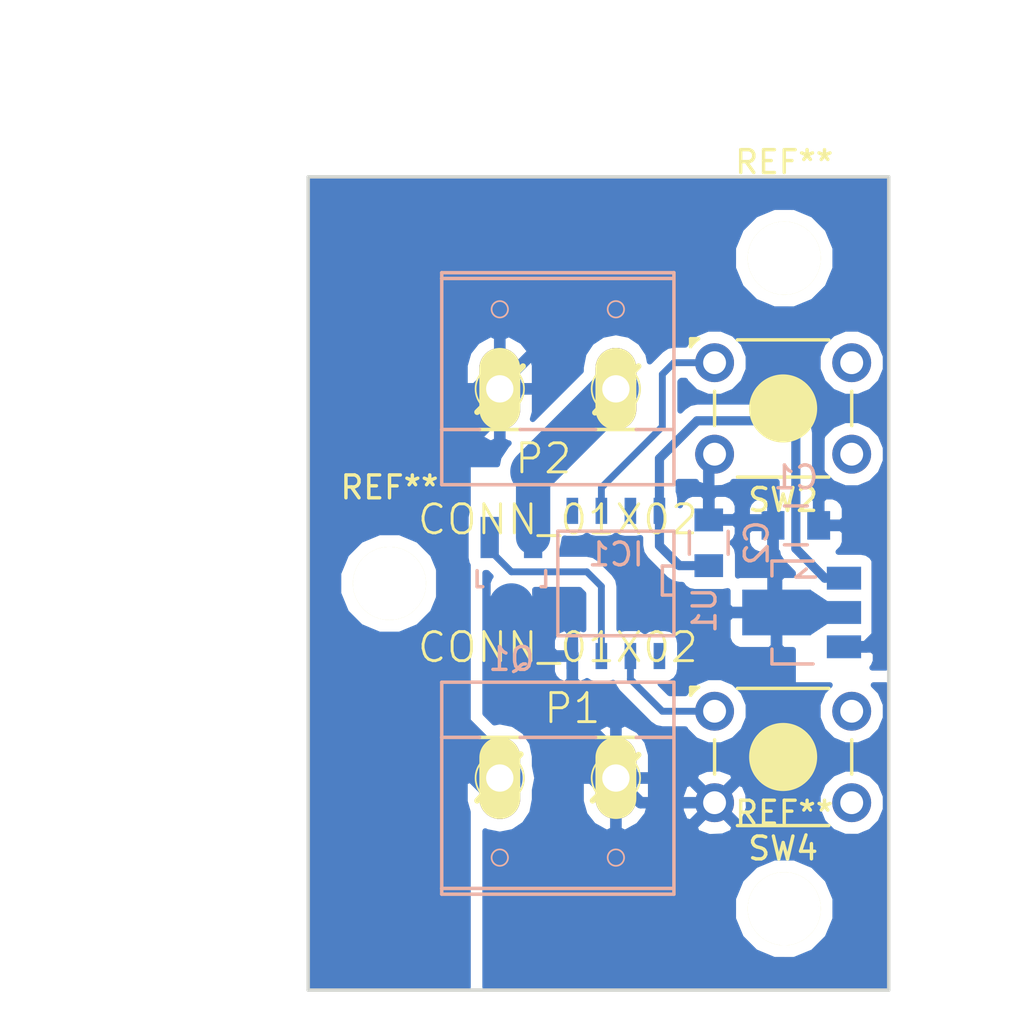
<source format=kicad_pcb>
(kicad_pcb (version 4) (host pcbnew 4.1.0-alpha+201608121232+7023~46~ubuntu16.04.1-product)

  (general
    (links 18)
    (no_connects 1)
    (area 180.518999 111.176999 206.069001 146.887001)
    (thickness 1.6)
    (drawings 10)
    (tracks 59)
    (zones 0)
    (modules 12)
    (nets 8)
  )

  (page A4)
  (layers
    (0 F.Cu signal)
    (31 B.Cu signal)
    (32 B.Adhes user)
    (33 F.Adhes user)
    (34 B.Paste user)
    (35 F.Paste user)
    (36 B.SilkS user)
    (37 F.SilkS user)
    (38 B.Mask user)
    (39 F.Mask user)
    (40 Dwgs.User user)
    (41 Cmts.User user)
    (42 Eco1.User user)
    (43 Eco2.User user)
    (44 Edge.Cuts user)
    (45 Margin user)
    (46 B.CrtYd user)
    (47 F.CrtYd user)
    (48 B.Fab user)
    (49 F.Fab user)
  )

  (setup
    (last_trace_width 0.3)
    (user_trace_width 0.25)
    (user_trace_width 0.4)
    (user_trace_width 0.6)
    (user_trace_width 0.8)
    (user_trace_width 1)
    (user_trace_width 1.5)
    (user_trace_width 2)
    (trace_clearance 0.2)
    (zone_clearance 0.508)
    (zone_45_only no)
    (trace_min 0.2)
    (segment_width 0.2)
    (edge_width 0.15)
    (via_size 0.6)
    (via_drill 0.4)
    (via_min_size 0.4)
    (via_min_drill 0.3)
    (uvia_size 0.3)
    (uvia_drill 0.1)
    (uvias_allowed no)
    (uvia_min_size 0.2)
    (uvia_min_drill 0.1)
    (pcb_text_width 0.3)
    (pcb_text_size 1.5 1.5)
    (mod_edge_width 0.15)
    (mod_text_size 1 1)
    (mod_text_width 0.15)
    (pad_size 1.524 1.524)
    (pad_drill 0.762)
    (pad_to_mask_clearance 0.2)
    (aux_axis_origin 0 0)
    (visible_elements FFFEFFE1)
    (pcbplotparams
      (layerselection 0x00030_80000001)
      (usegerberextensions false)
      (excludeedgelayer true)
      (linewidth 0.100000)
      (plotframeref false)
      (viasonmask false)
      (mode 1)
      (useauxorigin false)
      (hpglpennumber 1)
      (hpglpenspeed 20)
      (hpglpendiameter 15)
      (psnegative false)
      (psa4output false)
      (plotreference true)
      (plotvalue true)
      (plotinvisibletext false)
      (padsonsilk false)
      (subtractmaskfromsilk false)
      (outputformat 1)
      (mirror false)
      (drillshape 1)
      (scaleselection 1)
      (outputdirectory ""))
  )

  (net 0 "")
  (net 1 +12V)
  (net 2 +5V)
  (net 3 "Net-(IC1-Pad2)")
  (net 4 "Net-(IC1-Pad3)")
  (net 5 "Net-(IC1-Pad6)")
  (net 6 /out)
  (net 7 GND)

  (net_class Default "This is the default net class."
    (clearance 0.2)
    (trace_width 0.3)
    (via_dia 0.6)
    (via_drill 0.4)
    (uvia_dia 0.3)
    (uvia_drill 0.1)
    (add_net "Net-(IC1-Pad2)")
    (add_net "Net-(IC1-Pad3)")
    (add_net "Net-(IC1-Pad6)")
  )

  (net_class 5V ""
    (clearance 0.2)
    (trace_width 0.4)
    (via_dia 0.6)
    (via_drill 0.4)
    (uvia_dia 0.3)
    (uvia_drill 0.1)
    (add_net +5V)
  )

  (net_class Load ""
    (clearance 0.2)
    (trace_width 1.5)
    (via_dia 1.5)
    (via_drill 0.8)
    (uvia_dia 0.3)
    (uvia_drill 0.1)
    (add_net /out)
  )

  (net_class Power ""
    (clearance 0.2)
    (trace_width 0.5)
    (via_dia 0.8)
    (via_drill 0.6)
    (uvia_dia 0.3)
    (uvia_drill 0.1)
    (add_net +12V)
    (add_net GND)
  )

  (module Mounting_Holes:MountingHole_3.2mm_M3 (layer F.Cu) (tedit 56D1B4CB) (tstamp 57B5A764)
    (at 201.422 143.256)
    (descr "Mounting Hole 3.2mm, no annular, M3")
    (tags "mounting hole 3.2mm no annular m3")
    (fp_text reference REF** (at 0 -4.2) (layer F.SilkS)
      (effects (font (size 1 1) (thickness 0.15)))
    )
    (fp_text value MountingHole_3.2mm_M3 (at 0 4.2) (layer F.Fab)
      (effects (font (size 1 1) (thickness 0.15)))
    )
    (fp_circle (center 0 0) (end 3.2 0) (layer Cmts.User) (width 0.15))
    (fp_circle (center 0 0) (end 3.45 0) (layer F.CrtYd) (width 0.05))
    (pad 1 np_thru_hole circle (at 0 0) (size 3.2 3.2) (drill 3.2) (layers *.Cu *.Mask F.SilkS))
  )

  (module Mounting_Holes:MountingHole_3.2mm_M3 (layer F.Cu) (tedit 56D1B4CB) (tstamp 57B5A75E)
    (at 201.422 114.808)
    (descr "Mounting Hole 3.2mm, no annular, M3")
    (tags "mounting hole 3.2mm no annular m3")
    (fp_text reference REF** (at 0 -4.2) (layer F.SilkS)
      (effects (font (size 1 1) (thickness 0.15)))
    )
    (fp_text value MountingHole_3.2mm_M3 (at 0 4.2) (layer F.Fab)
      (effects (font (size 1 1) (thickness 0.15)))
    )
    (fp_circle (center 0 0) (end 3.2 0) (layer Cmts.User) (width 0.15))
    (fp_circle (center 0 0) (end 3.45 0) (layer F.CrtYd) (width 0.05))
    (pad 1 np_thru_hole circle (at 0 0) (size 3.2 3.2) (drill 3.2) (layers *.Cu *.Mask F.SilkS))
  )

  (module Buttons_Switches_ThroughHole:SW_TH_Tactile_Omron_B3F-10xx (layer F.Cu) (tedit 563F14D4) (tstamp 57A73F6F)
    (at 198.374 134.62)
    (descr SW_TH_Tactile_Omron_B3F-10xx)
    (tags "Omron B3F-10xx")
    (path /57A7398D)
    (fp_text reference SW4 (at 3 6) (layer F.SilkS)
      (effects (font (size 1 1) (thickness 0.15)))
    )
    (fp_text value TACTILE_SW (at 2.95 -2.05) (layer F.Fab)
      (effects (font (size 1 1) (thickness 0.15)))
    )
    (fp_line (start -0.95 -1) (end -0.95 -0.9) (layer F.SilkS) (width 0.15))
    (fp_line (start -1.05 -1.05) (end -0.7 -1.05) (layer F.SilkS) (width 0.15))
    (fp_arc (start 0 0) (end -1.05 -0.7) (angle 22.61986495) (layer F.SilkS) (width 0.15))
    (fp_line (start -1.05 -1.05) (end -1.05 -0.7) (layer F.SilkS) (width 0.15))
    (fp_line (start 7.15 -1.15) (end 0.45 -1.15) (layer F.CrtYd) (width 0.05))
    (fp_line (start 7.15 5.15) (end 7.15 -1.15) (layer F.CrtYd) (width 0.05))
    (fp_line (start -1.15 5.15) (end 7.15 5.15) (layer F.CrtYd) (width 0.05))
    (fp_line (start -1.15 0) (end -1.15 5.15) (layer F.CrtYd) (width 0.05))
    (fp_line (start -1.15 -1.15) (end 0.45 -1.15) (layer F.CrtYd) (width 0.05))
    (fp_line (start -1.15 0) (end -1.15 -1.15) (layer F.CrtYd) (width 0.05))
    (fp_circle (center 3 2) (end 4 3) (layer F.SilkS) (width 0.15))
    (fp_line (start 1 5) (end 5 5) (layer F.SilkS) (width 0.15))
    (fp_line (start 1 -1) (end 5 -1) (layer F.SilkS) (width 0.15))
    (fp_line (start 0 2.75) (end 0 1.25) (layer F.SilkS) (width 0.15))
    (fp_line (start 6 1.25) (end 6 2.75) (layer F.SilkS) (width 0.15))
    (fp_line (start 0 2) (end 0 2) (layer F.SilkS) (width 0))
    (fp_line (start 5 5) (end 1 5) (layer F.SilkS) (width 0))
    (fp_line (start 5 -1) (end 1 -1) (layer F.SilkS) (width 0))
    (fp_line (start 6 2) (end 6 2) (layer F.SilkS) (width 0))
    (fp_circle (center 3 2) (end 4 3) (layer F.SilkS) (width 0))
    (pad 4 thru_hole circle (at 6 4) (size 1.7 1.7) (drill 1) (layers *.Cu *.Mask))
    (pad 3 thru_hole circle (at 0 4) (size 1.7 1.7) (drill 1) (layers *.Cu *.Mask)
      (net 7 GND))
    (pad 2 thru_hole circle (at 6 0) (size 1.7 1.7) (drill 1) (layers *.Cu *.Mask))
    (pad 1 thru_hole circle (at 0 0) (size 1.7 1.7) (drill 1) (layers *.Cu *.Mask)
      (net 3 "Net-(IC1-Pad2)"))
  )

  (module Capacitors_SMD:C_0805 (layer B.Cu) (tedit 5415D6EA) (tstamp 57A73F24)
    (at 201.93 126.492 180)
    (descr "Capacitor SMD 0805, reflow soldering, AVX (see smccp.pdf)")
    (tags "capacitor 0805")
    (path /57A73350)
    (attr smd)
    (fp_text reference C1 (at 0 2.1 180) (layer B.SilkS)
      (effects (font (size 1 1) (thickness 0.15)) (justify mirror))
    )
    (fp_text value C_Small (at 0 -2.1 180) (layer B.Fab)
      (effects (font (size 1 1) (thickness 0.15)) (justify mirror))
    )
    (fp_line (start -1.8 1) (end 1.8 1) (layer B.CrtYd) (width 0.05))
    (fp_line (start -1.8 -1) (end 1.8 -1) (layer B.CrtYd) (width 0.05))
    (fp_line (start -1.8 1) (end -1.8 -1) (layer B.CrtYd) (width 0.05))
    (fp_line (start 1.8 1) (end 1.8 -1) (layer B.CrtYd) (width 0.05))
    (fp_line (start 0.5 0.85) (end -0.5 0.85) (layer B.SilkS) (width 0.15))
    (fp_line (start -0.5 -0.85) (end 0.5 -0.85) (layer B.SilkS) (width 0.15))
    (pad 1 smd rect (at -1 0 180) (size 1 1.25) (layers B.Cu B.Paste B.Mask)
      (net 1 +12V))
    (pad 2 smd rect (at 1 0 180) (size 1 1.25) (layers B.Cu B.Paste B.Mask)
      (net 7 GND))
    (model Capacitors_SMD.3dshapes/C_0805.wrl
      (at (xyz 0 0 0))
      (scale (xyz 1 1 1))
      (rotate (xyz 0 0 0))
    )
  )

  (module Capacitors_SMD:C_0805 (layer B.Cu) (tedit 5415D6EA) (tstamp 57A73F2A)
    (at 198.12 127.254 90)
    (descr "Capacitor SMD 0805, reflow soldering, AVX (see smccp.pdf)")
    (tags "capacitor 0805")
    (path /57A73373)
    (attr smd)
    (fp_text reference C2 (at 0 2.1 90) (layer B.SilkS)
      (effects (font (size 1 1) (thickness 0.15)) (justify mirror))
    )
    (fp_text value C_Small (at 0 -2.1 90) (layer B.Fab)
      (effects (font (size 1 1) (thickness 0.15)) (justify mirror))
    )
    (fp_line (start -1.8 1) (end 1.8 1) (layer B.CrtYd) (width 0.05))
    (fp_line (start -1.8 -1) (end 1.8 -1) (layer B.CrtYd) (width 0.05))
    (fp_line (start -1.8 1) (end -1.8 -1) (layer B.CrtYd) (width 0.05))
    (fp_line (start 1.8 1) (end 1.8 -1) (layer B.CrtYd) (width 0.05))
    (fp_line (start 0.5 0.85) (end -0.5 0.85) (layer B.SilkS) (width 0.15))
    (fp_line (start -0.5 -0.85) (end 0.5 -0.85) (layer B.SilkS) (width 0.15))
    (pad 1 smd rect (at -1 0 90) (size 1 1.25) (layers B.Cu B.Paste B.Mask)
      (net 2 +5V))
    (pad 2 smd rect (at 1 0 90) (size 1 1.25) (layers B.Cu B.Paste B.Mask)
      (net 7 GND))
    (model Capacitors_SMD.3dshapes/C_0805.wrl
      (at (xyz 0 0 0))
      (scale (xyz 1 1 1))
      (rotate (xyz 0 0 0))
    )
  )

  (module con-wago-508:W237-132 (layer F.Cu) (tedit 200000) (tstamp 57A73F3C)
    (at 191.516 138.176 180)
    (descr "WAGO SREW CLAMP")
    (tags "WAGO SREW CLAMP")
    (path /57A7320A)
    (attr virtual)
    (fp_text reference P1 (at -0.635 3.683 180) (layer F.SilkS)
      (effects (font (size 1.27 1.27) (thickness 0.127)))
    )
    (fp_text value CONN_01X02 (at 0 6.35 180) (layer F.SilkS)
      (effects (font (size 1.27 1.27) (thickness 0.127)))
    )
    (fp_line (start -3.5306 1.651) (end -1.524 -0.3556) (layer F.SilkS) (width 0.254))
    (fp_line (start 1.6256 1.6764) (end 3.5306 -0.3556) (layer F.SilkS) (width 0.254))
    (fp_line (start -5.08 -4.191) (end 5.08 -4.191) (layer B.SilkS) (width 0.1524))
    (fp_line (start 5.08 4.826) (end 5.08 2.413) (layer B.SilkS) (width 0.1524))
    (fp_line (start 5.08 4.826) (end -5.08 4.826) (layer B.SilkS) (width 0.1524))
    (fp_line (start -5.08 -4.191) (end -5.08 2.413) (layer B.SilkS) (width 0.1524))
    (fp_line (start -5.08 2.413) (end -3.429 2.413) (layer B.SilkS) (width 0.1524))
    (fp_line (start -3.429 2.413) (end -1.651 2.413) (layer F.SilkS) (width 0.1524))
    (fp_line (start -1.651 2.413) (end 1.651 2.413) (layer B.SilkS) (width 0.1524))
    (fp_line (start 3.429 2.413) (end 5.08 2.413) (layer B.SilkS) (width 0.1524))
    (fp_line (start -5.08 2.413) (end -5.08 4.826) (layer B.SilkS) (width 0.1524))
    (fp_line (start 5.08 2.413) (end 5.08 -4.191) (layer B.SilkS) (width 0.1524))
    (fp_line (start -5.08 -4.191) (end -5.08 -4.445) (layer B.SilkS) (width 0.1524))
    (fp_line (start -5.08 -4.445) (end 5.08 -4.445) (layer B.SilkS) (width 0.1524))
    (fp_line (start 5.08 -4.191) (end 5.08 -4.445) (layer B.SilkS) (width 0.1524))
    (fp_line (start 1.651 2.413) (end 3.429 2.413) (layer F.SilkS) (width 0.1524))
    (fp_circle (center -2.54 0.635) (end -3.2893 1.3843) (layer F.SilkS) (width 0.0762))
    (fp_circle (center -2.54 -2.8448) (end -2.794 -3.0988) (layer B.SilkS) (width 0.0762))
    (fp_circle (center 2.54 0.635) (end 3.2893 1.3843) (layer F.SilkS) (width 0.0762))
    (fp_circle (center 2.54 -2.8448) (end 2.794 -3.0988) (layer B.SilkS) (width 0.0762))
    (pad 1 thru_hole oval (at -2.54 0.635) (size 1.78816 3.57886) (drill 1.1938) (layers *.Cu F.Paste F.SilkS F.Mask)
      (net 7 GND))
    (pad 2 thru_hole oval (at 2.54 0.635) (size 1.78816 3.57886) (drill 1.1938) (layers *.Cu F.Paste F.SilkS F.Mask)
      (net 1 +12V))
  )

  (module con-wago-508:W237-132 (layer F.Cu) (tedit 200000) (tstamp 57A73F42)
    (at 191.516 119.888)
    (descr "WAGO SREW CLAMP")
    (tags "WAGO SREW CLAMP")
    (path /57A7385D)
    (attr virtual)
    (fp_text reference P2 (at -0.635 3.683) (layer F.SilkS)
      (effects (font (size 1.27 1.27) (thickness 0.127)))
    )
    (fp_text value CONN_01X02 (at 0 6.35) (layer F.SilkS)
      (effects (font (size 1.27 1.27) (thickness 0.127)))
    )
    (fp_line (start -3.5306 1.651) (end -1.524 -0.3556) (layer F.SilkS) (width 0.254))
    (fp_line (start 1.6256 1.6764) (end 3.5306 -0.3556) (layer F.SilkS) (width 0.254))
    (fp_line (start -5.08 -4.191) (end 5.08 -4.191) (layer B.SilkS) (width 0.1524))
    (fp_line (start 5.08 4.826) (end 5.08 2.413) (layer B.SilkS) (width 0.1524))
    (fp_line (start 5.08 4.826) (end -5.08 4.826) (layer B.SilkS) (width 0.1524))
    (fp_line (start -5.08 -4.191) (end -5.08 2.413) (layer B.SilkS) (width 0.1524))
    (fp_line (start -5.08 2.413) (end -3.429 2.413) (layer B.SilkS) (width 0.1524))
    (fp_line (start -3.429 2.413) (end -1.651 2.413) (layer F.SilkS) (width 0.1524))
    (fp_line (start -1.651 2.413) (end 1.651 2.413) (layer B.SilkS) (width 0.1524))
    (fp_line (start 3.429 2.413) (end 5.08 2.413) (layer B.SilkS) (width 0.1524))
    (fp_line (start -5.08 2.413) (end -5.08 4.826) (layer B.SilkS) (width 0.1524))
    (fp_line (start 5.08 2.413) (end 5.08 -4.191) (layer B.SilkS) (width 0.1524))
    (fp_line (start -5.08 -4.191) (end -5.08 -4.445) (layer B.SilkS) (width 0.1524))
    (fp_line (start -5.08 -4.445) (end 5.08 -4.445) (layer B.SilkS) (width 0.1524))
    (fp_line (start 5.08 -4.191) (end 5.08 -4.445) (layer B.SilkS) (width 0.1524))
    (fp_line (start 1.651 2.413) (end 3.429 2.413) (layer F.SilkS) (width 0.1524))
    (fp_circle (center -2.54 0.635) (end -3.2893 1.3843) (layer F.SilkS) (width 0.0762))
    (fp_circle (center -2.54 -2.8448) (end -2.794 -3.0988) (layer B.SilkS) (width 0.0762))
    (fp_circle (center 2.54 0.635) (end 3.2893 1.3843) (layer F.SilkS) (width 0.0762))
    (fp_circle (center 2.54 -2.8448) (end 2.794 -3.0988) (layer B.SilkS) (width 0.0762))
    (pad 1 thru_hole oval (at -2.54 0.635 180) (size 1.78816 3.57886) (drill 1.1938) (layers *.Cu F.Paste F.SilkS F.Mask)
      (net 1 +12V))
    (pad 2 thru_hole oval (at 2.54 0.635 180) (size 1.78816 3.57886) (drill 1.1938) (layers *.Cu F.Paste F.SilkS F.Mask)
      (net 6 /out))
  )

  (module TO_SOT_Packages_SMD:SOT-23_Handsoldering (layer B.Cu) (tedit 54E9291B) (tstamp 57A73F49)
    (at 189.484 128.524)
    (descr "SOT-23, Handsoldering")
    (tags SOT-23)
    (path /57A7361A)
    (attr smd)
    (fp_text reference Q1 (at 0 3.81) (layer B.SilkS)
      (effects (font (size 1 1) (thickness 0.15)) (justify mirror))
    )
    (fp_text value Q_NMOS_GDS (at 0 -3.81) (layer B.Fab)
      (effects (font (size 1 1) (thickness 0.15)) (justify mirror))
    )
    (fp_line (start -1.49982 -0.0508) (end -1.49982 0.65024) (layer B.SilkS) (width 0.15))
    (fp_line (start -1.49982 0.65024) (end -1.2509 0.65024) (layer B.SilkS) (width 0.15))
    (fp_line (start 1.29916 0.65024) (end 1.49982 0.65024) (layer B.SilkS) (width 0.15))
    (fp_line (start 1.49982 0.65024) (end 1.49982 -0.0508) (layer B.SilkS) (width 0.15))
    (pad 1 smd rect (at -0.95 -1.50114) (size 0.8001 1.80086) (layers B.Cu B.Paste B.Mask)
      (net 4 "Net-(IC1-Pad3)"))
    (pad 2 smd rect (at 0.95 -1.50114) (size 0.8001 1.80086) (layers B.Cu B.Paste B.Mask)
      (net 6 /out))
    (pad 3 smd rect (at 0 1.50114) (size 0.8001 1.80086) (layers B.Cu B.Paste B.Mask)
      (net 7 GND))
    (model TO_SOT_Packages_SMD.3dshapes/SOT-23_Handsoldering.wrl
      (at (xyz 0 0 0))
      (scale (xyz 1 1 1))
      (rotate (xyz 0 0 0))
    )
  )

  (module Buttons_Switches_ThroughHole:SW_TH_Tactile_Omron_B3F-10xx (layer F.Cu) (tedit 563F14D4) (tstamp 57A73F5F)
    (at 198.374 119.38)
    (descr SW_TH_Tactile_Omron_B3F-10xx)
    (tags "Omron B3F-10xx")
    (path /57A73CC7)
    (fp_text reference SW2 (at 3 6) (layer F.SilkS)
      (effects (font (size 1 1) (thickness 0.15)))
    )
    (fp_text value TACTILE_SW (at 2.95 -2.05) (layer F.Fab)
      (effects (font (size 1 1) (thickness 0.15)))
    )
    (fp_line (start -0.95 -1) (end -0.95 -0.9) (layer F.SilkS) (width 0.15))
    (fp_line (start -1.05 -1.05) (end -0.7 -1.05) (layer F.SilkS) (width 0.15))
    (fp_arc (start 0 0) (end -1.05 -0.7) (angle 22.61986495) (layer F.SilkS) (width 0.15))
    (fp_line (start -1.05 -1.05) (end -1.05 -0.7) (layer F.SilkS) (width 0.15))
    (fp_line (start 7.15 -1.15) (end 0.45 -1.15) (layer F.CrtYd) (width 0.05))
    (fp_line (start 7.15 5.15) (end 7.15 -1.15) (layer F.CrtYd) (width 0.05))
    (fp_line (start -1.15 5.15) (end 7.15 5.15) (layer F.CrtYd) (width 0.05))
    (fp_line (start -1.15 0) (end -1.15 5.15) (layer F.CrtYd) (width 0.05))
    (fp_line (start -1.15 -1.15) (end 0.45 -1.15) (layer F.CrtYd) (width 0.05))
    (fp_line (start -1.15 0) (end -1.15 -1.15) (layer F.CrtYd) (width 0.05))
    (fp_circle (center 3 2) (end 4 3) (layer F.SilkS) (width 0.15))
    (fp_line (start 1 5) (end 5 5) (layer F.SilkS) (width 0.15))
    (fp_line (start 1 -1) (end 5 -1) (layer F.SilkS) (width 0.15))
    (fp_line (start 0 2.75) (end 0 1.25) (layer F.SilkS) (width 0.15))
    (fp_line (start 6 1.25) (end 6 2.75) (layer F.SilkS) (width 0.15))
    (fp_line (start 0 2) (end 0 2) (layer F.SilkS) (width 0))
    (fp_line (start 5 5) (end 1 5) (layer F.SilkS) (width 0))
    (fp_line (start 5 -1) (end 1 -1) (layer F.SilkS) (width 0))
    (fp_line (start 6 2) (end 6 2) (layer F.SilkS) (width 0))
    (fp_circle (center 3 2) (end 4 3) (layer F.SilkS) (width 0))
    (pad 4 thru_hole circle (at 6 4) (size 1.7 1.7) (drill 1) (layers *.Cu *.Mask))
    (pad 3 thru_hole circle (at 0 4) (size 1.7 1.7) (drill 1) (layers *.Cu *.Mask)
      (net 7 GND))
    (pad 2 thru_hole circle (at 6 0) (size 1.7 1.7) (drill 1) (layers *.Cu *.Mask))
    (pad 1 thru_hole circle (at 0 0) (size 1.7 1.7) (drill 1) (layers *.Cu *.Mask)
      (net 5 "Net-(IC1-Pad6)"))
  )

  (module TO_SOT_Packages_SMD:SOT89-3_Housing (layer B.Cu) (tedit 0) (tstamp 57A73F78)
    (at 202.184 130.302 270)
    (descr "SOT89-3, Housing,")
    (tags "SOT89-3, Housing,")
    (path /57A7317B)
    (attr smd)
    (fp_text reference U1 (at -0.09906 4.24942 270) (layer B.SilkS)
      (effects (font (size 1 1) (thickness 0.15)) (justify mirror))
    )
    (fp_text value MC78L05ACH (at -0.20066 -4.59994 270) (layer B.Fab)
      (effects (font (size 1 1) (thickness 0.15)) (justify mirror))
    )
    (fp_line (start -1.89992 -0.20066) (end -1.651 0.09906) (layer B.SilkS) (width 0.15))
    (fp_line (start -1.651 0.09906) (end -1.5494 0.24892) (layer B.SilkS) (width 0.15))
    (fp_line (start -1.5494 0.24892) (end -1.5494 -0.59944) (layer B.SilkS) (width 0.15))
    (fp_line (start -2.25044 1.30048) (end -2.25044 -0.50038) (layer B.SilkS) (width 0.15))
    (fp_line (start -2.25044 1.30048) (end -1.6002 1.30048) (layer B.SilkS) (width 0.15))
    (fp_line (start 2.25044 1.30048) (end 2.25044 -0.50038) (layer B.SilkS) (width 0.15))
    (fp_line (start 2.25044 1.30048) (end 1.6002 1.30048) (layer B.SilkS) (width 0.15))
    (pad 1 smd rect (at -1.50114 -1.85166 270) (size 1.00076 1.50114) (layers B.Cu B.Paste B.Mask)
      (net 2 +5V))
    (pad 2 smd rect (at 0 -1.85166 270) (size 1.00076 1.50114) (layers B.Cu B.Paste B.Mask)
      (net 7 GND))
    (pad 3 smd rect (at 1.50114 -1.85166 270) (size 1.00076 1.50114) (layers B.Cu B.Paste B.Mask)
      (net 1 +12V))
    (pad 2 smd rect (at 0 1.09982 270) (size 1.99898 2.99974) (layers B.Cu B.Paste B.Mask)
      (net 7 GND))
    (pad 2 smd trapezoid (at 0 -0.7493 90) (size 1.50114 0.7493) (rect_delta 0 -0.50038 ) (layers B.Cu B.Paste B.Mask)
      (net 7 GND))
    (model TO_SOT_Packages_SMD.3dshapes/SOT89-3_Housing.wrl
      (at (xyz 0 0 0))
      (scale (xyz 0.3937 0.3937 0.3937))
      (rotate (xyz 0 0 0))
    )
  )

  (module SMD_Packages:SOIC-8-N (layer B.Cu) (tedit 0) (tstamp 57AF81F4)
    (at 194.056 129.032 180)
    (descr "Module Narrow CMS SOJ 8 pins large")
    (tags "CMS SOJ")
    (path /57AF71E0)
    (attr smd)
    (fp_text reference IC1 (at 0 1.27 180) (layer B.SilkS)
      (effects (font (size 1 1) (thickness 0.15)) (justify mirror))
    )
    (fp_text value ATTINY85-S (at 0 -1.27 180) (layer B.Fab)
      (effects (font (size 1 1) (thickness 0.15)) (justify mirror))
    )
    (fp_line (start -2.54 2.286) (end 2.54 2.286) (layer B.SilkS) (width 0.15))
    (fp_line (start 2.54 2.286) (end 2.54 -2.286) (layer B.SilkS) (width 0.15))
    (fp_line (start 2.54 -2.286) (end -2.54 -2.286) (layer B.SilkS) (width 0.15))
    (fp_line (start -2.54 -2.286) (end -2.54 2.286) (layer B.SilkS) (width 0.15))
    (fp_line (start -2.54 0.762) (end -2.032 0.762) (layer B.SilkS) (width 0.15))
    (fp_line (start -2.032 0.762) (end -2.032 -0.508) (layer B.SilkS) (width 0.15))
    (fp_line (start -2.032 -0.508) (end -2.54 -0.508) (layer B.SilkS) (width 0.15))
    (pad 8 smd rect (at -1.905 3.175 180) (size 0.508 1.143) (layers B.Cu B.Paste B.Mask)
      (net 2 +5V))
    (pad 7 smd rect (at -0.635 3.175 180) (size 0.508 1.143) (layers B.Cu B.Paste B.Mask))
    (pad 6 smd rect (at 0.635 3.175 180) (size 0.508 1.143) (layers B.Cu B.Paste B.Mask)
      (net 5 "Net-(IC1-Pad6)"))
    (pad 5 smd rect (at 1.905 3.175 180) (size 0.508 1.143) (layers B.Cu B.Paste B.Mask))
    (pad 4 smd rect (at 1.905 -3.175 180) (size 0.508 1.143) (layers B.Cu B.Paste B.Mask)
      (net 7 GND))
    (pad 3 smd rect (at 0.635 -3.175 180) (size 0.508 1.143) (layers B.Cu B.Paste B.Mask)
      (net 4 "Net-(IC1-Pad3)"))
    (pad 2 smd rect (at -0.635 -3.175 180) (size 0.508 1.143) (layers B.Cu B.Paste B.Mask)
      (net 3 "Net-(IC1-Pad2)"))
    (pad 1 smd rect (at -1.905 -3.175 180) (size 0.508 1.143) (layers B.Cu B.Paste B.Mask))
    (model SMD_Packages.3dshapes/SOIC-8-N.wrl
      (at (xyz 0 0 0))
      (scale (xyz 0.5 0.38 0.5))
      (rotate (xyz 0 0 0))
    )
  )

  (module Mounting_Holes:MountingHole_3.2mm_M3 (layer F.Cu) (tedit 56D1B4CB) (tstamp 57AF8901)
    (at 184.15 129.032)
    (descr "Mounting Hole 3.2mm, no annular, M3")
    (tags "mounting hole 3.2mm no annular m3")
    (fp_text reference REF** (at 0 -4.2) (layer F.SilkS)
      (effects (font (size 1 1) (thickness 0.15)))
    )
    (fp_text value MountingHole_3.2mm_M3 (at 0 4.2) (layer F.Fab)
      (effects (font (size 1 1) (thickness 0.15)))
    )
    (fp_circle (center 0 0) (end 3.2 0) (layer Cmts.User) (width 0.15))
    (fp_circle (center 0 0) (end 3.45 0) (layer F.CrtYd) (width 0.05))
    (pad 1 np_thru_hole circle (at 0 0) (size 3.2 3.2) (drill 3.2) (layers *.Cu *.Mask F.SilkS))
  )

  (gr_line (start 180.594 146.812) (end 180.594 111.252) (angle 90) (layer Edge.Cuts) (width 0.15))
  (gr_line (start 205.994 146.812) (end 180.594 146.812) (angle 90) (layer Edge.Cuts) (width 0.15))
  (gr_line (start 205.994 111.252) (end 205.994 146.812) (angle 90) (layer Edge.Cuts) (width 0.15))
  (gr_line (start 180.594 111.252) (end 205.994 111.252) (angle 90) (layer Edge.Cuts) (width 0.15))
  (dimension 35.56 (width 0.1) (layer Dwgs.User)
    (gr_text "35,560 mm" (at 172.894 129.032 90) (layer Dwgs.User)
      (effects (font (size 1.5 1.5) (thickness 0.1)))
    )
    (feature1 (pts (xy 180.594 111.252) (xy 171.544 111.252)))
    (feature2 (pts (xy 180.594 146.812) (xy 171.544 146.812)))
    (crossbar (pts (xy 174.244 146.812) (xy 174.244 111.252)))
    (arrow1a (pts (xy 174.244 111.252) (xy 174.830421 112.378504)))
    (arrow1b (pts (xy 174.244 111.252) (xy 173.657579 112.378504)))
    (arrow2a (pts (xy 174.244 146.812) (xy 174.830421 145.685496)))
    (arrow2b (pts (xy 174.244 146.812) (xy 173.657579 145.685496)))
  )
  (dimension 17.78 (width 0.1) (layer Dwgs.User)
    (gr_text "17,780 mm" (at 177.466 120.142 90) (layer Dwgs.User)
      (effects (font (size 1.5 1.5) (thickness 0.1)))
    )
    (feature1 (pts (xy 180.594 111.252) (xy 176.116 111.252)))
    (feature2 (pts (xy 180.594 129.032) (xy 176.116 129.032)))
    (crossbar (pts (xy 178.816 129.032) (xy 178.816 111.252)))
    (arrow1a (pts (xy 178.816 111.252) (xy 179.402421 112.378504)))
    (arrow1b (pts (xy 178.816 111.252) (xy 178.229579 112.378504)))
    (arrow2a (pts (xy 178.816 129.032) (xy 179.402421 127.905496)))
    (arrow2b (pts (xy 178.816 129.032) (xy 178.229579 127.905496)))
  )
  (dimension 17.78 (width 0.1) (layer Dwgs.User)
    (gr_text "17,780 mm" (at 177.466 137.922 90) (layer Dwgs.User)
      (effects (font (size 1.5 1.5) (thickness 0.1)))
    )
    (feature1 (pts (xy 180.594 129.032) (xy 176.116 129.032)))
    (feature2 (pts (xy 180.594 146.812) (xy 176.116 146.812)))
    (crossbar (pts (xy 178.816 146.812) (xy 178.816 129.032)))
    (arrow1a (pts (xy 178.816 129.032) (xy 179.402421 130.158504)))
    (arrow1b (pts (xy 178.816 129.032) (xy 178.229579 130.158504)))
    (arrow2a (pts (xy 178.816 146.812) (xy 179.402421 145.685496)))
    (arrow2b (pts (xy 178.816 146.812) (xy 178.229579 145.685496)))
  )
  (dimension 25.4 (width 0.1) (layer Dwgs.User)
    (gr_text "25,400 mm" (at 193.294 104.822) (layer Dwgs.User)
      (effects (font (size 1.5 1.5) (thickness 0.1)))
    )
    (feature1 (pts (xy 205.994 111.252) (xy 205.994 103.472)))
    (feature2 (pts (xy 180.594 111.252) (xy 180.594 103.472)))
    (crossbar (pts (xy 180.594 106.172) (xy 205.994 106.172)))
    (arrow1a (pts (xy 205.994 106.172) (xy 204.867496 106.758421)))
    (arrow1b (pts (xy 205.994 106.172) (xy 204.867496 105.585579)))
    (arrow2a (pts (xy 180.594 106.172) (xy 181.720504 106.758421)))
    (arrow2b (pts (xy 180.594 106.172) (xy 181.720504 105.585579)))
  )
  (dimension 4.572 (width 0.1) (layer Dwgs.User)
    (gr_text "4,572 mm" (at 203.708 108.378) (layer Dwgs.User)
      (effects (font (size 1.5 1.5) (thickness 0.1)))
    )
    (feature1 (pts (xy 205.994 114.808) (xy 205.994 107.028)))
    (feature2 (pts (xy 201.422 114.808) (xy 201.422 107.028)))
    (crossbar (pts (xy 201.422 109.728) (xy 205.994 109.728)))
    (arrow1a (pts (xy 205.994 109.728) (xy 204.867496 110.314421)))
    (arrow1b (pts (xy 205.994 109.728) (xy 204.867496 109.141579)))
    (arrow2a (pts (xy 201.422 109.728) (xy 202.548504 110.314421)))
    (arrow2b (pts (xy 201.422 109.728) (xy 202.548504 109.141579)))
  )
  (dimension 28.448 (width 0.1) (layer Dwgs.User)
    (gr_text "28,448 mm" (at 208.868 129.032 90) (layer Dwgs.User)
      (effects (font (size 1.5 1.5) (thickness 0.1)))
    )
    (feature1 (pts (xy 201.422 114.808) (xy 210.218 114.808)))
    (feature2 (pts (xy 201.422 143.256) (xy 210.218 143.256)))
    (crossbar (pts (xy 207.518 143.256) (xy 207.518 114.808)))
    (arrow1a (pts (xy 207.518 114.808) (xy 208.104421 115.934504)))
    (arrow1b (pts (xy 207.518 114.808) (xy 206.931579 115.934504)))
    (arrow2a (pts (xy 207.518 143.256) (xy 208.104421 142.129496)))
    (arrow2b (pts (xy 207.518 143.256) (xy 206.931579 142.129496)))
  )

  (segment (start 188.976 120.523) (end 188.976 120.396) (width 0.5) (layer B.Cu) (net 1))
  (segment (start 188.976 120.396) (end 191.77 117.602) (width 0.5) (layer B.Cu) (net 1) (tstamp 57AF83F9))
  (segment (start 202.946 121.412) (end 202.93 126.492) (width 0.5) (layer B.Cu) (net 1) (tstamp 57AF8412))
  (segment (start 199.136 117.602) (end 202.93 121.412) (width 0.5) (layer B.Cu) (net 1) (tstamp 57AF840C))
  (segment (start 191.77 117.602) (end 199.136 117.602) (width 0.5) (layer B.Cu) (net 1) (tstamp 57AF8404))
  (segment (start 188.976 137.541) (end 188.849 137.541) (width 2) (layer B.Cu) (net 1))
  (segment (start 188.849 137.541) (end 186.436 135.128) (width 2) (layer B.Cu) (net 1) (tstamp 57AF836D))
  (segment (start 186.436 123.063) (end 188.976 120.523) (width 2) (layer B.Cu) (net 1) (tstamp 57AF837A))
  (segment (start 186.436 135.128) (end 186.436 123.063) (width 0.5) (layer B.Cu) (net 1) (tstamp 57AF8371))
  (segment (start 202.93 126.492) (end 204.724 126.492) (width 0.5) (layer B.Cu) (net 1))
  (segment (start 205.00086 131.80314) (end 204.03566 131.80314) (width 0.5) (layer B.Cu) (net 1) (tstamp 57AD5F3B))
  (segment (start 205.486 131.318) (end 205.00086 131.80314) (width 0.5) (layer B.Cu) (net 1) (tstamp 57AD5F38))
  (segment (start 205.486 127.254) (end 205.486 131.318) (width 0.5) (layer B.Cu) (net 1) (tstamp 57AD5F35))
  (segment (start 204.724 126.492) (end 205.486 127.254) (width 0.5) (layer B.Cu) (net 1) (tstamp 57AD5F2E))
  (segment (start 195.961 125.857) (end 195.961 127.381) (width 0.4) (layer B.Cu) (net 2))
  (segment (start 196.834 128.254) (end 198.12 128.254) (width 0.4) (layer B.Cu) (net 2) (tstamp 57AF882A))
  (segment (start 195.961 127.381) (end 196.834 128.254) (width 0.4) (layer B.Cu) (net 2) (tstamp 57AF8828))
  (segment (start 195.961 125.857) (end 195.961 123.571) (width 0.4) (layer B.Cu) (net 2))
  (segment (start 203.2 128.80086) (end 204.03566 128.80086) (width 0.4) (layer B.Cu) (net 2) (tstamp 57AF8311))
  (segment (start 201.93 127.508) (end 203.2 128.80086) (width 0.4) (layer B.Cu) (net 2) (tstamp 57AF8310))
  (segment (start 201.93 122.428) (end 201.93 127.508) (width 0.4) (layer B.Cu) (net 2) (tstamp 57AF830F))
  (segment (start 201.422 121.92) (end 201.93 122.428) (width 0.4) (layer B.Cu) (net 2) (tstamp 57AF830E))
  (segment (start 197.612 121.92) (end 201.422 121.92) (width 0.4) (layer B.Cu) (net 2) (tstamp 57AF830D))
  (segment (start 195.961 123.571) (end 197.612 121.92) (width 0.4) (layer B.Cu) (net 2) (tstamp 57AF830C))
  (segment (start 198.104 128.27) (end 198.12 128.254) (width 0.4) (layer B.Cu) (net 2) (tstamp 57AD7C42))
  (segment (start 194.691 132.207) (end 194.691 133.223) (width 0.3) (layer B.Cu) (net 3))
  (segment (start 196.088 134.62) (end 198.374 134.62) (width 0.3) (layer B.Cu) (net 3) (tstamp 57AF8851))
  (segment (start 194.691 133.223) (end 196.088 134.62) (width 0.3) (layer B.Cu) (net 3) (tstamp 57AF8848))
  (segment (start 188.534 127.02286) (end 188.534 127.574) (width 0.3) (layer B.Cu) (net 4))
  (segment (start 188.534 127.574) (end 189.484 128.524) (width 0.3) (layer B.Cu) (net 4) (tstamp 57AF8341))
  (segment (start 189.484 128.524) (end 192.786 128.524) (width 0.3) (layer B.Cu) (net 4) (tstamp 57AF8346))
  (segment (start 192.786 128.524) (end 193.421 129.159) (width 0.3) (layer B.Cu) (net 4) (tstamp 57AF834A))
  (segment (start 193.421 129.159) (end 193.421 132.207) (width 0.3) (layer B.Cu) (net 4) (tstamp 57AF834D))
  (segment (start 193.421 125.857) (end 193.421 124.841) (width 0.3) (layer B.Cu) (net 5))
  (segment (start 196.596 119.38) (end 198.374 119.38) (width 0.3) (layer B.Cu) (net 5) (tstamp 57AF832A))
  (segment (start 196.088 119.888) (end 196.596 119.38) (width 0.3) (layer B.Cu) (net 5) (tstamp 57AF8329))
  (segment (start 196.088 122.174) (end 196.088 119.888) (width 0.3) (layer B.Cu) (net 5) (tstamp 57AF8327))
  (segment (start 193.421 124.841) (end 196.088 122.174) (width 0.3) (layer B.Cu) (net 5) (tstamp 57AF8326))
  (segment (start 190.434 127.02286) (end 190.434 124.145) (width 1.5) (layer B.Cu) (net 6))
  (segment (start 190.434 124.145) (end 194.056 120.523) (width 2) (layer B.Cu) (net 6) (tstamp 57AF83A8))
  (segment (start 198.374 138.62) (end 201.08418 135.90982) (width 0.5) (layer B.Cu) (net 7))
  (segment (start 201.08418 135.90982) (end 201.08418 130.302) (width 0.5) (layer B.Cu) (net 7) (tstamp 57AF8857))
  (segment (start 194.056 137.541) (end 195.135 138.62) (width 0.5) (layer B.Cu) (net 7))
  (segment (start 195.135 138.62) (end 198.374 138.62) (width 0.5) (layer B.Cu) (net 7) (tstamp 57AF8841))
  (segment (start 198.12 126.254) (end 198.12 123.634) (width 0.5) (layer B.Cu) (net 7))
  (segment (start 198.12 123.634) (end 198.374 123.38) (width 0.5) (layer B.Cu) (net 7) (tstamp 57AF8836))
  (segment (start 200.93 126.492) (end 200.93 130.14782) (width 0.5) (layer B.Cu) (net 7))
  (segment (start 200.93 130.14782) (end 201.08418 130.302) (width 0.5) (layer B.Cu) (net 7) (tstamp 57AF85C8))
  (segment (start 201.08418 130.302) (end 204.03566 130.302) (width 0.5) (layer B.Cu) (net 7))
  (segment (start 192.151 132.207) (end 189.484 132.207) (width 0.5) (layer B.Cu) (net 7))
  (segment (start 189.738 132.08) (end 189.484 132.08) (width 0.5) (layer B.Cu) (net 7) (tstamp 57AF8396))
  (segment (start 189.611 132.08) (end 189.738 132.08) (width 0.5) (layer B.Cu) (net 7) (tstamp 57AF8395))
  (segment (start 189.484 132.207) (end 189.611 132.08) (width 0.5) (layer B.Cu) (net 7) (tstamp 57AF8393))
  (segment (start 189.484 130.02514) (end 189.484 132.08) (width 2) (layer B.Cu) (net 7))
  (segment (start 189.484 132.08) (end 189.484 132.969) (width 2) (layer B.Cu) (net 7) (tstamp 57AF8397))
  (segment (start 189.484 132.969) (end 194.056 137.541) (width 2) (layer B.Cu) (net 7) (tstamp 57AF835F))
  (segment (start 200.93 130.14782) (end 201.08418 130.302) (width 0.5) (layer B.Cu) (net 7) (tstamp 57AD5FC5))
  (segment (start 198.12 126.254) (end 200.692 126.254) (width 0.5) (layer B.Cu) (net 7))
  (segment (start 200.692 126.254) (end 200.93 126.492) (width 0.5) (layer B.Cu) (net 7) (tstamp 57AD5FC1))

  (zone (net 1) (net_name +12V) (layer B.Cu) (tstamp 57AF8930) (hatch edge 0.508)
    (connect_pads (clearance 0.508))
    (min_thickness 0.254)
    (fill yes (arc_segments 16) (thermal_gap 0.508) (thermal_bridge_width 0.508))
    (polygon
      (pts
        (xy 205.994 132.842) (xy 202.438 132.842) (xy 202.438 123.952) (xy 187.706 123.952) (xy 187.706 146.812)
        (xy 180.594 146.812) (xy 180.594 111.252) (xy 205.994 111.252)
      )
    )
    (filled_polygon
      (pts
        (xy 205.867 132.715) (xy 205.272775 132.715) (xy 205.324557 132.663218) (xy 205.42123 132.429829) (xy 205.42123 132.08889)
        (xy 205.26248 131.93014) (xy 204.16266 131.93014) (xy 204.16266 131.95014) (xy 203.90866 131.95014) (xy 203.90866 131.93014)
        (xy 203.88866 131.93014) (xy 203.88866 131.67614) (xy 203.90866 131.67614) (xy 203.90866 131.65614) (xy 204.16266 131.65614)
        (xy 204.16266 131.67614) (xy 205.26248 131.67614) (xy 205.42123 131.51739) (xy 205.42123 131.176451) (xy 205.374834 131.064442)
        (xy 205.384387 131.050145) (xy 205.43367 130.80238) (xy 205.43367 129.80162) (xy 205.384387 129.553855) (xy 205.382767 129.55143)
        (xy 205.384387 129.549005) (xy 205.43367 129.30124) (xy 205.43367 128.30048) (xy 205.384387 128.052715) (xy 205.244039 127.842671)
        (xy 205.033995 127.702323) (xy 204.78623 127.65304) (xy 203.791985 127.65304) (xy 203.968327 127.476699) (xy 204.065 127.24331)
        (xy 204.065 126.77775) (xy 203.90625 126.619) (xy 203.057 126.619) (xy 203.057 126.639) (xy 202.803 126.639)
        (xy 202.803 126.619) (xy 202.783 126.619) (xy 202.783 126.365) (xy 202.803 126.365) (xy 202.803 125.39075)
        (xy 203.057 125.39075) (xy 203.057 126.365) (xy 203.90625 126.365) (xy 204.065 126.20625) (xy 204.065 125.74069)
        (xy 203.968327 125.507301) (xy 203.789698 125.328673) (xy 203.556309 125.232) (xy 203.21575 125.232) (xy 203.057 125.39075)
        (xy 202.803 125.39075) (xy 202.765 125.35275) (xy 202.765 123.674089) (xy 202.888743 123.674089) (xy 203.114344 124.220086)
        (xy 203.531717 124.638188) (xy 204.077319 124.864742) (xy 204.668089 124.865257) (xy 205.214086 124.639656) (xy 205.632188 124.222283)
        (xy 205.858742 123.676681) (xy 205.859257 123.085911) (xy 205.633656 122.539914) (xy 205.216283 122.121812) (xy 204.670681 121.895258)
        (xy 204.079911 121.894743) (xy 203.533914 122.120344) (xy 203.115812 122.537717) (xy 202.889258 123.083319) (xy 202.888743 123.674089)
        (xy 202.765 123.674089) (xy 202.765 122.428) (xy 202.701439 122.108459) (xy 202.558983 121.895258) (xy 202.520434 121.837565)
        (xy 202.012434 121.329566) (xy 201.741541 121.148561) (xy 201.422 121.085) (xy 197.612 121.085) (xy 197.29246 121.14856)
        (xy 197.021566 121.329566) (xy 196.873 121.478132) (xy 196.873 120.213158) (xy 196.921157 120.165) (xy 197.091583 120.165)
        (xy 197.114344 120.220086) (xy 197.531717 120.638188) (xy 198.077319 120.864742) (xy 198.668089 120.865257) (xy 199.214086 120.639656)
        (xy 199.632188 120.222283) (xy 199.858742 119.676681) (xy 199.858744 119.674089) (xy 202.888743 119.674089) (xy 203.114344 120.220086)
        (xy 203.531717 120.638188) (xy 204.077319 120.864742) (xy 204.668089 120.865257) (xy 205.214086 120.639656) (xy 205.632188 120.222283)
        (xy 205.858742 119.676681) (xy 205.859257 119.085911) (xy 205.633656 118.539914) (xy 205.216283 118.121812) (xy 204.670681 117.895258)
        (xy 204.079911 117.894743) (xy 203.533914 118.120344) (xy 203.115812 118.537717) (xy 202.889258 119.083319) (xy 202.888743 119.674089)
        (xy 199.858744 119.674089) (xy 199.859257 119.085911) (xy 199.633656 118.539914) (xy 199.216283 118.121812) (xy 198.670681 117.895258)
        (xy 198.079911 117.894743) (xy 197.533914 118.120344) (xy 197.115812 118.537717) (xy 197.092026 118.595) (xy 196.596 118.595)
        (xy 196.295594 118.654755) (xy 196.040921 118.824921) (xy 196.040919 118.824924) (xy 195.535408 119.330434) (xy 195.468686 118.994999)
        (xy 195.137223 118.49893) (xy 194.641154 118.167467) (xy 194.056 118.051073) (xy 193.470846 118.167467) (xy 192.974777 118.49893)
        (xy 192.643314 118.994999) (xy 192.52692 119.580153) (xy 192.52692 119.739841) (xy 190.418127 121.848633) (xy 190.50508 121.54535)
        (xy 190.50508 120.65) (xy 189.103 120.65) (xy 189.103 122.782782) (xy 189.339811 122.903519) (xy 189.370225 122.896535)
        (xy 189.27788 122.98888) (xy 188.923457 123.519312) (xy 188.862651 123.825) (xy 187.706 123.825) (xy 187.657399 123.834667)
        (xy 187.616197 123.862197) (xy 187.588667 123.903399) (xy 187.579 123.952) (xy 187.579 125.810002) (xy 187.535793 125.874665)
        (xy 187.48651 126.12243) (xy 187.48651 127.92329) (xy 187.535793 128.171055) (xy 187.579 128.235718) (xy 187.579 136.057968)
        (xy 187.44692 136.51865) (xy 187.44692 137.414) (xy 187.579 137.414) (xy 187.579 137.668) (xy 187.44692 137.668)
        (xy 187.44692 138.56335) (xy 187.579 139.024032) (xy 187.579 146.685) (xy 180.721 146.685) (xy 180.721 129.474619)
        (xy 181.914613 129.474619) (xy 182.254155 130.296372) (xy 182.882321 130.925636) (xy 183.703481 131.266611) (xy 184.592619 131.267387)
        (xy 185.414372 130.927845) (xy 186.043636 130.299679) (xy 186.384611 129.478519) (xy 186.385387 128.589381) (xy 186.045845 127.767628)
        (xy 185.417679 127.138364) (xy 184.596519 126.797389) (xy 183.707381 126.796613) (xy 182.885628 127.136155) (xy 182.256364 127.764321)
        (xy 181.915389 128.585481) (xy 181.914613 129.474619) (xy 180.721 129.474619) (xy 180.721 120.65) (xy 187.44692 120.65)
        (xy 187.44692 121.54535) (xy 187.611915 122.120836) (xy 187.98458 122.589375) (xy 188.508179 122.879636) (xy 188.612189 122.903519)
        (xy 188.849 122.782782) (xy 188.849 120.65) (xy 187.44692 120.65) (xy 180.721 120.65) (xy 180.721 119.50065)
        (xy 187.44692 119.50065) (xy 187.44692 120.396) (xy 188.849 120.396) (xy 188.849 118.263218) (xy 189.103 118.263218)
        (xy 189.103 120.396) (xy 190.50508 120.396) (xy 190.50508 119.50065) (xy 190.340085 118.925164) (xy 189.96742 118.456625)
        (xy 189.443821 118.166364) (xy 189.339811 118.142481) (xy 189.103 118.263218) (xy 188.849 118.263218) (xy 188.612189 118.142481)
        (xy 188.508179 118.166364) (xy 187.98458 118.456625) (xy 187.611915 118.925164) (xy 187.44692 119.50065) (xy 180.721 119.50065)
        (xy 180.721 115.250619) (xy 199.186613 115.250619) (xy 199.526155 116.072372) (xy 200.154321 116.701636) (xy 200.975481 117.042611)
        (xy 201.864619 117.043387) (xy 202.686372 116.703845) (xy 203.315636 116.075679) (xy 203.656611 115.254519) (xy 203.657387 114.365381)
        (xy 203.317845 113.543628) (xy 202.689679 112.914364) (xy 201.868519 112.573389) (xy 200.979381 112.572613) (xy 200.157628 112.912155)
        (xy 199.528364 113.540321) (xy 199.187389 114.361481) (xy 199.186613 115.250619) (xy 180.721 115.250619) (xy 180.721 111.379)
        (xy 205.867 111.379)
      )
    )
  )
  (zone (net 7) (net_name GND) (layer B.Cu) (tstamp 57AF8C1B) (hatch edge 0.508)
    (connect_pads (clearance 0.508))
    (min_thickness 0.254)
    (fill yes (arc_segments 16) (thermal_gap 0.508) (thermal_bridge_width 0.508))
    (polygon
      (pts
        (xy 201.93 133.35) (xy 205.994 133.35) (xy 205.994 146.812) (xy 188.214 146.812) (xy 188.214 124.46)
        (xy 201.93 124.46)
      )
    )
    (filled_polygon
      (pts
        (xy 197.58992 124.675259) (xy 198.145279 124.876718) (xy 198.735458 124.850315) (xy 199.15808 124.675259) (xy 199.186273 124.587)
        (xy 201.095 124.587) (xy 201.095 125.35275) (xy 201.057 125.39075) (xy 201.057 126.365) (xy 201.077 126.365)
        (xy 201.077 126.619) (xy 201.057 126.619) (xy 201.057 127.59325) (xy 201.125604 127.661854) (xy 201.126061 127.664154)
        (xy 201.155741 127.820647) (xy 201.157821 127.823821) (xy 201.158561 127.827541) (xy 201.247027 127.95994) (xy 201.334323 128.093144)
        (xy 201.803 128.570257) (xy 201.803 128.66751) (xy 201.36993 128.66751) (xy 201.21118 128.82626) (xy 201.21118 130.175)
        (xy 201.23118 130.175) (xy 201.23118 130.429) (xy 201.21118 130.429) (xy 201.21118 131.77774) (xy 201.36993 131.93649)
        (xy 201.803 131.93649) (xy 201.803 133.35) (xy 201.812667 133.398601) (xy 201.840197 133.439803) (xy 201.881399 133.467333)
        (xy 201.93 133.477) (xy 203.417054 133.477) (xy 203.115812 133.777717) (xy 202.889258 134.323319) (xy 202.888743 134.914089)
        (xy 203.114344 135.460086) (xy 203.531717 135.878188) (xy 204.077319 136.104742) (xy 204.668089 136.105257) (xy 205.214086 135.879656)
        (xy 205.632188 135.462283) (xy 205.858742 134.916681) (xy 205.859257 134.325911) (xy 205.633656 133.779914) (xy 205.33127 133.477)
        (xy 205.867 133.477) (xy 205.867 146.685) (xy 188.341 146.685) (xy 188.341 143.698619) (xy 199.186613 143.698619)
        (xy 199.526155 144.520372) (xy 200.154321 145.149636) (xy 200.975481 145.490611) (xy 201.864619 145.491387) (xy 202.686372 145.151845)
        (xy 203.315636 144.523679) (xy 203.656611 143.702519) (xy 203.657387 142.813381) (xy 203.317845 141.991628) (xy 202.689679 141.362364)
        (xy 201.868519 141.021389) (xy 200.979381 141.020613) (xy 200.157628 141.360155) (xy 199.528364 141.988321) (xy 199.187389 142.809481)
        (xy 199.186613 143.698619) (xy 188.341 143.698619) (xy 188.341 139.863227) (xy 188.390846 139.896533) (xy 188.976 140.012927)
        (xy 189.561154 139.896533) (xy 190.057223 139.56507) (xy 190.388686 139.069001) (xy 190.50508 138.483847) (xy 190.50508 138.073495)
        (xy 190.585738 137.668) (xy 192.52692 137.668) (xy 192.52692 138.56335) (xy 192.691915 139.138836) (xy 193.06458 139.607375)
        (xy 193.588179 139.897636) (xy 193.692189 139.921519) (xy 193.929 139.800782) (xy 193.929 137.668) (xy 194.183 137.668)
        (xy 194.183 139.800782) (xy 194.419811 139.921519) (xy 194.523821 139.897636) (xy 194.94535 139.663958) (xy 197.509647 139.663958)
        (xy 197.58992 139.915259) (xy 198.145279 140.116718) (xy 198.735458 140.090315) (xy 199.15808 139.915259) (xy 199.238353 139.663958)
        (xy 198.374 138.799605) (xy 197.509647 139.663958) (xy 194.94535 139.663958) (xy 195.04742 139.607375) (xy 195.420085 139.138836)
        (xy 195.58508 138.56335) (xy 195.58508 138.391279) (xy 196.877282 138.391279) (xy 196.903685 138.981458) (xy 197.078741 139.40408)
        (xy 197.330042 139.484353) (xy 198.194395 138.62) (xy 198.553605 138.62) (xy 199.417958 139.484353) (xy 199.669259 139.40408)
        (xy 199.847005 138.914089) (xy 202.888743 138.914089) (xy 203.114344 139.460086) (xy 203.531717 139.878188) (xy 204.077319 140.104742)
        (xy 204.668089 140.105257) (xy 205.214086 139.879656) (xy 205.632188 139.462283) (xy 205.858742 138.916681) (xy 205.859257 138.325911)
        (xy 205.633656 137.779914) (xy 205.216283 137.361812) (xy 204.670681 137.135258) (xy 204.079911 137.134743) (xy 203.533914 137.360344)
        (xy 203.115812 137.777717) (xy 202.889258 138.323319) (xy 202.888743 138.914089) (xy 199.847005 138.914089) (xy 199.870718 138.848721)
        (xy 199.844315 138.258542) (xy 199.669259 137.83592) (xy 199.417958 137.755647) (xy 198.553605 138.62) (xy 198.194395 138.62)
        (xy 197.330042 137.755647) (xy 197.078741 137.83592) (xy 196.877282 138.391279) (xy 195.58508 138.391279) (xy 195.58508 137.668)
        (xy 194.183 137.668) (xy 193.929 137.668) (xy 192.52692 137.668) (xy 190.585738 137.668) (xy 190.604029 137.576042)
        (xy 197.509647 137.576042) (xy 198.374 138.440395) (xy 199.238353 137.576042) (xy 199.15808 137.324741) (xy 198.602721 137.123282)
        (xy 198.012542 137.149685) (xy 197.58992 137.324741) (xy 197.509647 137.576042) (xy 190.604029 137.576042) (xy 190.611 137.541)
        (xy 190.50508 137.008505) (xy 190.50508 136.598153) (xy 190.489266 136.51865) (xy 192.52692 136.51865) (xy 192.52692 137.414)
        (xy 193.929 137.414) (xy 193.929 135.281218) (xy 194.183 135.281218) (xy 194.183 137.414) (xy 195.58508 137.414)
        (xy 195.58508 136.51865) (xy 195.420085 135.943164) (xy 195.04742 135.474625) (xy 194.523821 135.184364) (xy 194.419811 135.160481)
        (xy 194.183 135.281218) (xy 193.929 135.281218) (xy 193.692189 135.160481) (xy 193.588179 135.184364) (xy 193.06458 135.474625)
        (xy 192.691915 135.943164) (xy 192.52692 136.51865) (xy 190.489266 136.51865) (xy 190.388686 136.012999) (xy 190.057223 135.51693)
        (xy 189.561154 135.185467) (xy 188.976 135.069073) (xy 188.736877 135.116637) (xy 188.341 134.72076) (xy 188.341 132.49275)
        (xy 191.262 132.49275) (xy 191.262 132.90481) (xy 191.358673 133.138199) (xy 191.537302 133.316827) (xy 191.770691 133.4135)
        (xy 191.86525 133.4135) (xy 192.024 133.25475) (xy 192.024 132.334) (xy 191.42075 132.334) (xy 191.262 132.49275)
        (xy 188.341 132.49275) (xy 188.341 130.31089) (xy 188.44895 130.31089) (xy 188.44895 131.05188) (xy 188.545623 131.285269)
        (xy 188.724252 131.463897) (xy 188.957641 131.56057) (xy 189.19825 131.56057) (xy 189.357 131.40182) (xy 189.357 130.15214)
        (xy 189.611 130.15214) (xy 189.611 131.40182) (xy 189.76975 131.56057) (xy 190.010359 131.56057) (xy 190.134401 131.50919)
        (xy 191.262 131.50919) (xy 191.262 131.92125) (xy 191.42075 132.08) (xy 192.024 132.08) (xy 192.024 131.15925)
        (xy 191.86525 131.0005) (xy 191.770691 131.0005) (xy 191.537302 131.097173) (xy 191.358673 131.275801) (xy 191.262 131.50919)
        (xy 190.134401 131.50919) (xy 190.243748 131.463897) (xy 190.422377 131.285269) (xy 190.51905 131.05188) (xy 190.51905 130.31089)
        (xy 190.3603 130.15214) (xy 189.611 130.15214) (xy 189.357 130.15214) (xy 188.6077 130.15214) (xy 188.44895 130.31089)
        (xy 188.341 130.31089) (xy 188.341 128.57073) (xy 188.420572 128.57073) (xy 188.580238 128.730396) (xy 188.545623 128.765011)
        (xy 188.44895 128.9984) (xy 188.44895 129.73939) (xy 188.6077 129.89814) (xy 189.357 129.89814) (xy 189.357 129.87814)
        (xy 189.611 129.87814) (xy 189.611 129.89814) (xy 190.3603 129.89814) (xy 190.51905 129.73939) (xy 190.51905 129.309)
        (xy 192.460842 129.309) (xy 192.636 129.484158) (xy 192.636 131.043864) (xy 192.531309 131.0005) (xy 192.43675 131.0005)
        (xy 192.278 131.15925) (xy 192.278 132.08) (xy 192.298 132.08) (xy 192.298 132.334) (xy 192.278 132.334)
        (xy 192.278 133.25475) (xy 192.43675 133.4135) (xy 192.531309 133.4135) (xy 192.764698 133.316827) (xy 192.790732 133.290793)
        (xy 192.919235 133.376657) (xy 193.167 133.42594) (xy 193.675 133.42594) (xy 193.922765 133.376657) (xy 193.934946 133.368518)
        (xy 193.965755 133.523407) (xy 194.135921 133.778079) (xy 195.532921 135.175079) (xy 195.787593 135.345245) (xy 196.088 135.405)
        (xy 197.091583 135.405) (xy 197.114344 135.460086) (xy 197.531717 135.878188) (xy 198.077319 136.104742) (xy 198.668089 136.105257)
        (xy 199.214086 135.879656) (xy 199.632188 135.462283) (xy 199.858742 134.916681) (xy 199.859257 134.325911) (xy 199.633656 133.779914)
        (xy 199.216283 133.361812) (xy 198.670681 133.135258) (xy 198.079911 133.134743) (xy 197.533914 133.360344) (xy 197.115812 133.777717)
        (xy 197.092026 133.835) (xy 196.413158 133.835) (xy 196.004098 133.42594) (xy 196.215 133.42594) (xy 196.462765 133.376657)
        (xy 196.672809 133.236309) (xy 196.813157 133.026265) (xy 196.86244 132.7785) (xy 196.86244 131.6355) (xy 196.813157 131.387735)
        (xy 196.672809 131.177691) (xy 196.462765 131.037343) (xy 196.215 130.98806) (xy 195.707 130.98806) (xy 195.459235 131.037343)
        (xy 195.326 131.126368) (xy 195.192765 131.037343) (xy 194.945 130.98806) (xy 194.437 130.98806) (xy 194.206 131.034008)
        (xy 194.206 130.58775) (xy 198.94931 130.58775) (xy 198.94931 131.427799) (xy 199.045983 131.661188) (xy 199.224611 131.839817)
        (xy 199.458 131.93649) (xy 200.79843 131.93649) (xy 200.95718 131.77774) (xy 200.95718 130.429) (xy 199.10806 130.429)
        (xy 198.94931 130.58775) (xy 194.206 130.58775) (xy 194.206 129.159005) (xy 194.206001 129.159) (xy 194.146245 128.858594)
        (xy 193.976079 128.603921) (xy 193.341079 127.968921) (xy 193.086407 127.798755) (xy 192.786 127.739) (xy 191.58921 127.739)
        (xy 191.713573 127.552877) (xy 191.811812 127.058995) (xy 191.897 127.07594) (xy 192.405 127.07594) (xy 192.652765 127.026657)
        (xy 192.786 126.937632) (xy 192.919235 127.026657) (xy 193.167 127.07594) (xy 193.675 127.07594) (xy 193.922765 127.026657)
        (xy 194.056 126.937632) (xy 194.189235 127.026657) (xy 194.437 127.07594) (xy 194.945 127.07594) (xy 195.126 127.039937)
        (xy 195.126 127.381) (xy 195.189561 127.700541) (xy 195.338397 127.92329) (xy 195.370566 127.971434) (xy 196.243566 128.844434)
        (xy 196.514459 129.025439) (xy 196.834 129.089) (xy 196.955132 129.089) (xy 197.037191 129.211809) (xy 197.247235 129.352157)
        (xy 197.495 129.40144) (xy 198.745 129.40144) (xy 198.94931 129.360801) (xy 198.94931 130.01625) (xy 199.10806 130.175)
        (xy 200.95718 130.175) (xy 200.95718 128.82626) (xy 200.79843 128.66751) (xy 199.458 128.66751) (xy 199.39244 128.694666)
        (xy 199.39244 127.754) (xy 199.343157 127.506235) (xy 199.202809 127.296191) (xy 199.14168 127.255346) (xy 199.283327 127.113698)
        (xy 199.38 126.880309) (xy 199.38 126.77775) (xy 199.795 126.77775) (xy 199.795 127.24331) (xy 199.891673 127.476699)
        (xy 200.070302 127.655327) (xy 200.303691 127.752) (xy 200.64425 127.752) (xy 200.803 127.59325) (xy 200.803 126.619)
        (xy 199.95375 126.619) (xy 199.795 126.77775) (xy 199.38 126.77775) (xy 199.38 126.53975) (xy 199.22125 126.381)
        (xy 198.247 126.381) (xy 198.247 126.401) (xy 197.993 126.401) (xy 197.993 126.381) (xy 197.973 126.381)
        (xy 197.973 126.127) (xy 197.993 126.127) (xy 197.993 125.27775) (xy 198.247 125.27775) (xy 198.247 126.127)
        (xy 199.22125 126.127) (xy 199.38 125.96825) (xy 199.38 125.74069) (xy 199.795 125.74069) (xy 199.795 126.20625)
        (xy 199.95375 126.365) (xy 200.803 126.365) (xy 200.803 125.39075) (xy 200.64425 125.232) (xy 200.303691 125.232)
        (xy 200.070302 125.328673) (xy 199.891673 125.507301) (xy 199.795 125.74069) (xy 199.38 125.74069) (xy 199.38 125.627691)
        (xy 199.283327 125.394302) (xy 199.104699 125.215673) (xy 198.87131 125.119) (xy 198.40575 125.119) (xy 198.247 125.27775)
        (xy 197.993 125.27775) (xy 197.83425 125.119) (xy 197.36869 125.119) (xy 197.135301 125.215673) (xy 196.956673 125.394302)
        (xy 196.86244 125.6218) (xy 196.86244 125.2855) (xy 196.813157 125.037735) (xy 196.796 125.012058) (xy 196.796 124.587)
        (xy 197.561727 124.587)
      )
    )
  )
)

</source>
